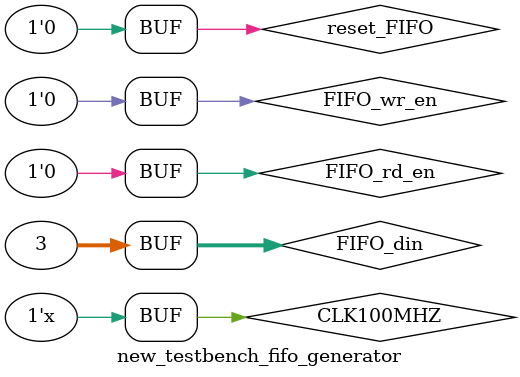
<source format=sv>
`timescale 1ns / 1ps


module new_testbench_fifo_generator;

logic CLK100MHZ;
logic reset_FIFO;
logic [31:0] FIFO_din;
logic FIFO_wr_en;
logic FIFO_rd_en;

wire [31:0] FIFO_dout;
wire FIFO_full;
wire FIFO_overflow;
wire FIFO_empty;
wire FIFO_underflow;

fifo_generator_1 temp_FIFO(
    .clk(CLK100MHZ),
    .rst(reset_FIFO),
    .din(FIFO_din),
    .wr_en(FIFO_wr_en),
    .rd_en(FIFO_rd_en),
    .dout(FIFO_dout),
    .full(FIFO_full),
    .overflow(FIFO_overflow),
    .empty(FIFO_empty),
    .underflow(FIFO_underflow)
);

always begin
    #5
    CLK100MHZ = ~CLK100MHZ;
end

initial begin
    CLK100MHZ = 0;
    reset_FIFO = 1'b1;
    FIFO_din = 32'h0;
    FIFO_rd_en = 1'b0;
    FIFO_wr_en = 1'b0;
    
    #10
    reset_FIFO = 1'b0;
    
    #60
    FIFO_din = 32'h1;
    
    #10
    FIFO_wr_en = 1'b1;
    
    #10
    FIFO_wr_en = 1'b0;
        
    #10
    FIFO_din = 32'h2;
    
    #10
    FIFO_wr_en = 1'b1;
    
    #10
    FIFO_wr_en = 1'b0;
        
    #10
    FIFO_din = 32'h3;
    
    #10
    FIFO_wr_en = 1'b1;
    
    #10
    FIFO_wr_en = 1'b0;
        
    #10
    FIFO_rd_en = 1'b1;
            
    #50
    FIFO_rd_en = 1'b0;
    
end

endmodule

</source>
